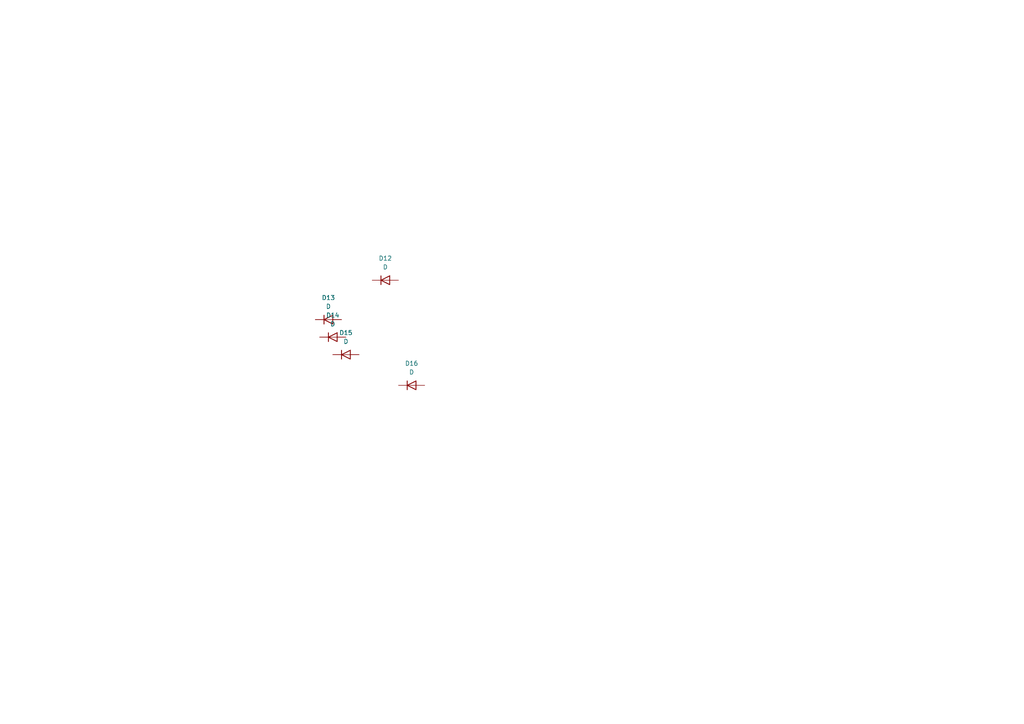
<source format=kicad_sch>
(kicad_sch (version 20231120) (generator "eeschema") (generator_version "8.0")
  (paper "A4")
  (title_block (date "V1") (company "TEAM ANANT") (comment 1 "BITS PILANI"))
  (lib_symbols
    (symbol "Device:D" (pin_numbers hide) (pin_names (offset 1.016) hide)
      (property "Reference" "D" (at 0 2.54 0))
      (property "Value" "D" (at 0 -2.54 0))
      (symbol "D_0_1"
        (polyline (pts (xy -1.27 1.27) (xy -1.27 -1.27)) (stroke (width 0.254)))
        (polyline (pts (xy 1.27 0) (xy -1.27 0)))
        (polyline (pts (xy 1.27 1.27) (xy 1.27 -1.27) (xy -1.27 0) (xy 1.27 1.27)) (stroke (width 0.254)))
      )
      (symbol "D_1_1"
        (pin passive line (at -3.81 0 0) (length 2.54) (name "K") (number "1"))
        (pin passive line (at 3.81 0 180) (length 2.54) (name "A") (number "2"))
      )
    )
  )
  (symbol (lib_id "Device:D") (at 95.25 92.71 0) (unit 1)
    (property "Reference" "D13" (at 95.25 86.36 0))
    (property "Value" "D" (at 95.25 88.9 0))
    (property "Description" "Diode" (effects (hide yes)))
    (property "Sim.Device" "D" (effects (hide yes)))
    (property "Sim.Pins" "1=K 2=A" (effects (hide yes)))
  )
  (symbol (lib_id "Device:D") (at 96.52 97.79 0) (unit 1)
    (property "Reference" "D14" (at 96.52 91.44 0))
    (property "Value" "D" (at 96.52 93.98 0))
    (property "Description" "Diode" (effects (hide yes)))
    (property "Sim.Device" "D" (effects (hide yes)))
    (property "Sim.Pins" "1=K 2=A" (effects (hide yes)))
  )
  (symbol (lib_id "Device:D") (at 119.38 111.76 0) (unit 1)
    (property "Reference" "D16" (at 119.38 105.41 0))
    (property "Value" "D" (at 119.38 107.95 0))
    (property "Description" "Diode" (effects (hide yes)))
    (property "Sim.Device" "D" (effects (hide yes)))
    (property "Sim.Pins" "1=K 2=A" (effects (hide yes)))
  )
  (symbol (lib_id "Device:D") (at 100.33 102.87 0) (unit 1)
    (property "Reference" "D15" (at 100.33 96.52 0))
    (property "Value" "D" (at 100.33 99.06 0))
    (property "Description" "Diode" (effects (hide yes)))
    (property "Sim.Device" "D" (effects (hide yes)))
    (property "Sim.Pins" "1=K 2=A" (effects (hide yes)))
  )
  (symbol (lib_id "Device:D") (at 111.76 81.28 0) (unit 1)
    (property "Reference" "D12" (at 111.76 74.93 0))
    (property "Value" "D" (at 111.76 77.47 0))
    (property "Description" "Diode" (effects (hide yes)))
    (property "Sim.Device" "D" (effects (hide yes)))
    (property "Sim.Pins" "1=K 2=A" (effects (hide yes)))
  )
)
</source>
